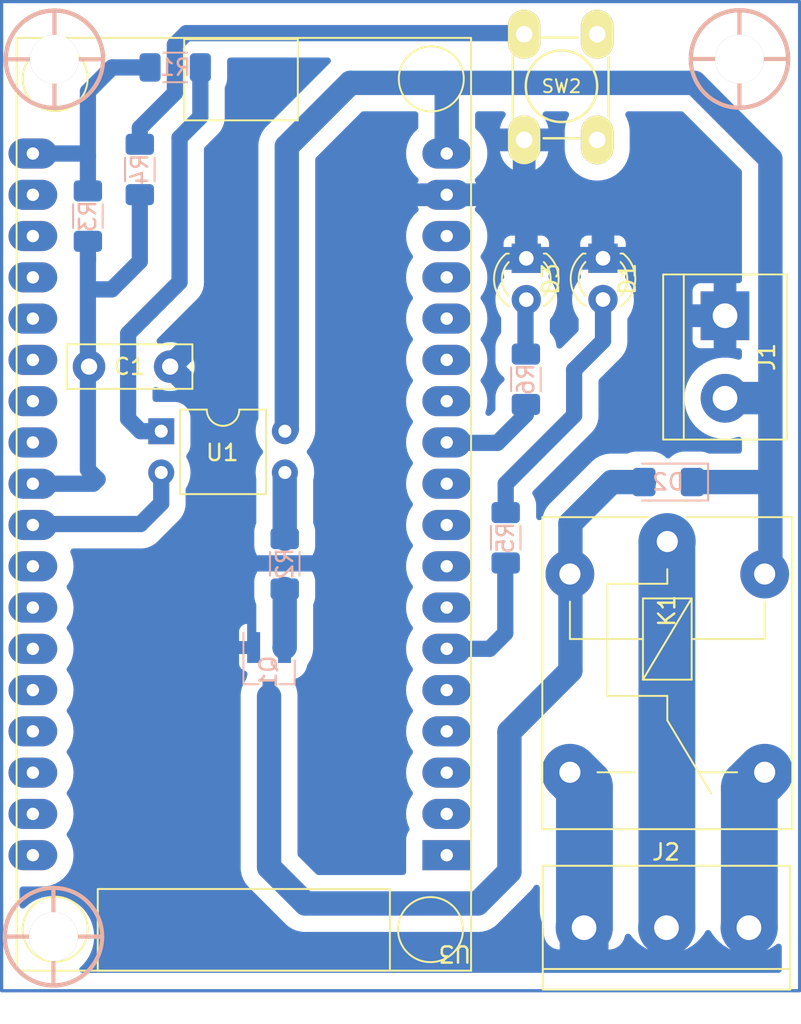
<source format=kicad_pcb>
(kicad_pcb (version 20221018) (generator pcbnew)
  (layers (0 "F.Cu" signal) (31 "B.Cu" signal) (34 "B.Paste" user) (35 "F.Paste" user) (36 "B.SilkS" user "B.Silkscreen") (37 "F.SilkS" user "F.Silkscreen") (38 "B.Mask" user) (39 "F.Mask" user) (44 "Edge.Cuts" user))
  (net 0 "")
  (net 1 "Net-(D1-A)")
  (net 2 "+5V")
  (net 3 "Net-(D2-A)")
  (net 4 "/NO1")
  (net 5 "/COM1")
  (net 6 "/NC1")
  (net 7 "Net-(Q1-B)")
  (net 8 "Net-(R1-Pad2)")
  (net 9 "Net-(R2-Pad1)")
  (net 10 "/BT_Config")
  (net 11 "GND")
  (net 12 "+3V3")
  (net 17 "/IN1")
  (net 18 "Net-(D3-A)")
  (net 37 "Net-(R4-Pad1)")
  (net 38 "/LED_ConfigBT")
  (net 39 "/LED_ConfigWIFI")
  (net 43 "unconnected-(U3-IO19-Pad31)")
  (net 46 "unconnected-(U3-IO27-Pad10)")
  (footprint "EESTN5:hole_3mm" (layer "F.Cu") (at 164.465 56.5912)
    (fp_text reference "hole_3mm" hide)
    (fp_text value "VAL**" hide)
    (fp_circle (center 0 0) (end 3 0) (stroke (width 0.254)) (fill none) (layer "F.Cu"))
    (fp_line (start -3 0) (end 3 0) (stroke (width 0.254)) (layer "B.SilkS"))
    (fp_line (start 0 -3) (end 0 3) (stroke (width 0.254)) (layer "B.SilkS"))
    (fp_circle (center 0 0) (end 3 0) (stroke (width 0.254)) (fill none) (layer "B.SilkS"))
    (fp_line (start -3 0) (end 3 0) (stroke (width 0.254)) (layer "F.SilkS"))
    (fp_line (start 0 -3) (end 0 3) (stroke (width 0.254)) (layer "F.SilkS"))
    (pad "1" thru_hole circle (at 0 0) (size 3 3) (drill 3) (layers "*.Cu" "F.SilkS"))
  )
  (footprint "LibrarypERSONALES:Relay_SPDT_Finder_36.11" (layer "F.Cu") (at 160.02 86.2856 -90)
    (fp_text reference "K1" (at 4.2654 0.0254 90) (layer "F.SilkS"))
    (fp_text value "G5V-1")
    (fp_line (start -1.5 -7.7) (end -1.5 -1.2) (stroke (width 0.12)) (layer "F.SilkS"))
    (fp_line (start -1.5 -7.7) (end 17.7 -7.7) (stroke (width 0.12)) (layer "F.SilkS"))
    (fp_line (start -1.5 1.2) (end -1.5 7.7) (stroke (width 0.12)) (layer "F.SilkS"))
    (fp_line (start 2.6 0) (end 1.7 0) (stroke (width 0.12)) (layer "F.SilkS"))
    (fp_line (start 2.6 0) (end 2.6 3.7) (stroke (width 0.12)) (layer "F.SilkS"))
    (fp_line (start 3.5 -1.5) (end 8.5 -1.5) (stroke (width 0.12)) (layer "F.SilkS"))
    (fp_line (start 3.5 1.5) (end 3.5 -1.5) (stroke (width 0.12)) (layer "F.SilkS"))
    (fp_line (start 3.7 6) (end 6 6) (stroke (width 0.12)) (layer "F.SilkS"))
    (fp_line (start 6 -6) (end 3.7 -6) (stroke (width 0.12)) (layer "F.SilkS"))
    (fp_line (start 6 -6) (end 6 -1.5) (stroke (width 0.12)) (layer "F.SilkS"))
    (fp_line (start 6 1.5) (end 6 6) (stroke (width 0.12)) (layer "F.SilkS"))
    (fp_line (start 8.5 -1.5) (end 8.5 1.5) (stroke (width 0.12)) (layer "F.SilkS"))
    (fp_line (start 8.5 1.5) (end 3.5 -1.5) (stroke (width 0.12)) (layer "F.SilkS"))
    (fp_line (start 8.5 1.5) (end 3.5 1.5) (stroke (width 0.12)) (layer "F.SilkS"))
    (fp_line (start 9.5 0) (end 9.5 3.7) (stroke (width 0.12)) (layer "F.SilkS"))
    (fp_line (start 9.5 0) (end 11 0) (stroke (width 0.12)) (layer "F.SilkS"))
    (fp_line (start 9.5 3.7) (end 2.6 3.7) (stroke (width 0.12)) (layer "F.SilkS"))
    (fp_line (start 11 0) (end 15.5 -2.7) (stroke (width 0.12)) (layer "F.SilkS"))
    (fp_line (start 14.2 -4.3) (end 14.2 -2) (stroke (width 0.12)) (layer "F.SilkS"))
    (fp_line (start 14.2 4.3) (end 14.2 2) (stroke (width 0.12)) (layer "F.SilkS"))
    (fp_line (start 17.7 -7.7) (end 17.7 7.7) (stroke (width 0.12)) (layer "F.SilkS"))
    (fp_line (start 17.7 7.7) (end -1.5 7.7) (stroke (width 0.12)) (layer "F.SilkS"))
    (pad "1" thru_hole circle (at 14.2 -6 270) (size 3 3) (drill 1.3) (layers "*.Cu" "*.Mask") (net 6 "/NC1"))
    (pad "2" thru_hole circle (at 2 -6 270) (size 3 3) (drill 1.3) (layers "*.Cu" "*.Mask") (net 2 "+5V"))
    (pad "5" thru_hole circle (at 0 0 270) (size 3 3) (drill 1.3) (layers "*.Cu" "*.Mask") (net 5 "/COM1"))
    (pad "9" thru_hole circle (at 2 6 270) (size 3 3) (drill 1.3) (layers "*.Cu" "*.Mask") (net 3 "Net-(D2-A)"))
    (pad "10" thru_hole circle (at 14.2 6 270) (size 3 3) (drill 1.3) (layers "*.Cu" "*.Mask") (net 4 "/NO1"))
  )
  (footprint "TerminalBlock:TerminalBlock_bornier-3_P5.08mm" (layer "F.Cu") (at 154.89 110.05)
    (fp_text reference "J2" (at 5.05 -4.65) (layer "F.SilkS"))
    (fp_text value "Relay1")
    (fp_line (start -2.54 -3.81) (end 12.7 -3.81) (stroke (width 0.12)) (layer "F.SilkS"))
    (fp_line (start -2.54 2.54) (end 12.7 2.54) (stroke (width 0.12)) (layer "F.SilkS"))
    (fp_line (start -2.54 3.81) (end -2.54 -3.81) (stroke (width 0.12)) (layer "F.SilkS"))
    (fp_line (start -2.54 3.81) (end 12.7 3.81) (stroke (width 0.12)) (layer "F.SilkS"))
    (fp_line (start 12.7 3.81) (end 12.7 -3.81) (stroke (width 0.12)) (layer "F.SilkS"))
    (pad "1" thru_hole rect (at 0 0) (size 3 3) (drill 1.52) (layers "*.Cu" "*.Mask") (net 4 "/NO1"))
    (pad "2" thru_hole circle (at 5.08 0) (size 3 3) (drill 1.52) (layers "*.Cu" "*.Mask") (net 5 "/COM1"))
    (pad "3" thru_hole circle (at 10.16 0) (size 3 3) (drill 1.52) (layers "*.Cu" "*.Mask") (net 6 "/NC1"))
  )
  (footprint "ESP32-DEVKITC:ESP32_Devkit_V1_36pin" (layer "F.Cu") (at 147.9294 112.6928 180)
    (fp_text reference "U3" (at 0.995 1.04015 180 unlocked) (layer "F.SilkS"))
    (fp_text value "ESP32_DevKit_V1_DOIT" hide)
    (fp_rect (start 0 0) (end 28 57.4) (stroke (width 0.12)) (fill none) (layer "F.SilkS"))
    (fp_rect (start 5 0) (end 23 5.025) (stroke (width 0.12)) (fill none) (layer "F.SilkS"))
    (fp_rect (start 10.675 52.325) (end 17.675 57.325) (stroke (width 0.12)) (fill none) (layer "F.SilkS"))
    (fp_circle (center 2.45 54.875) (end 4.425 55.2) (stroke (width 0.12)) (fill none) (layer "F.SilkS"))
    (fp_circle (center 2.5 2.525) (end 4.475 2.85) (stroke (width 0.12)) (fill none) (layer "F.SilkS"))
    (fp_circle (center 25.625 2.548439) (end 27.6 2.873439) (stroke (width 0.12)) (fill none) (layer "F.SilkS"))
    (fp_circle (center 25.625 54.898439) (end 27.626562 54.898439) (stroke (width 0.12)) (fill none) (layer "F.SilkS"))
    (pad "1" thru_hole rect (at 1.5 7.105 180) (size 3 1.85) (drill 0.762) (layers "*.Cu" "*.Mask"))
    (pad "2" thru_hole oval (at 1.5 9.645 180) (size 3 1.85) (drill 0.762) (layers "*.Cu" "*.Mask"))
    (pad "3" thru_hole oval (at 1.5 12.185 180) (size 3 1.85) (drill 0.762) (layers "*.Cu" "*.Mask"))
    (pad "4" thru_hole oval (at 1.5 14.725 180) (size 3 1.85) (drill 0.762) (layers "*.Cu" "*.Mask"))
    (pad "5" thru_hole oval (at 1.5 17.265 180) (size 3 1.85) (drill 0.762) (layers "*.Cu" "*.Mask"))
    (pad "6" thru_hole oval (at 1.5 19.805 180) (size 3 1.85) (drill 0.762) (layers "*.Cu" "*.Mask") (net 38 "/LED_ConfigBT"))
    (pad "7" thru_hole oval (at 1.5 22.345 180) (size 3 1.85) (drill 0.762) (layers "*.Cu" "*.Mask"))
    (pad "8" thru_hole oval (at 1.5 24.885 180) (size 3 1.85) (drill 0.762) (layers "*.Cu" "*.Mask"))
    (pad "9" thru_hole oval (at 1.5 27.425 180) (size 3 1.85) (drill 0.762) (layers "*.Cu" "*.Mask"))
    (pad "10" thru_hole oval (at 1.5 29.965 180) (size 3 1.85) (drill 0.762) (layers "*.Cu" "*.Mask") (net 46 "unconnected-(U3-IO27-Pad10)"))
    (pad "11" thru_hole oval (at 1.5 32.505 180) (size 3 1.85) (drill 0.762) (layers "*.Cu" "*.Mask") (net 39 "/LED_ConfigWIFI"))
    (pad "12" thru_hole oval (at 1.5 35.045 180) (size 3 1.85) (drill 0.762) (layers "*.Cu" "*.Mask"))
    (pad "13" thru_hole oval (at 1.5 37.585 180) (size 3 1.85) (drill 0.762) (layers "*.Cu" "*.Mask"))
    (pad "14" thru_hole oval (at 1.5 40.125 180) (size 3 1.85) (drill 0.762) (layers "*.Cu" "*.Mask"))
    (pad "15" thru_hole oval (at 1.5 42.665 180) (size 3 1.85) (drill 0.762) (layers "*.Cu" "*.Mask"))
    (pad "16" thru_hole oval (at 1.5 45.205 180) (size 3 1.85) (drill 0.762) (layers "*.Cu" "*.Mask"))
    (pad "17" thru_hole oval (at 1.5 47.745 180) (size 3 1.85) (drill 0.762) (layers "*.Cu" "*.Mask") (net 11 "GND"))
    (pad "18" thru_hole oval (at 1.5 50.285 180) (size 3 1.85) (drill 0.762) (layers "*.Cu" "*.Mask") (net 2 "+5V"))
    (pad "19" thru_hole oval (at 27 50.285 180) (size 3 1.85) (drill 0.762) (layers "*.Cu" "*.Mask") (net 12 "+3V3"))
    (pad "20" thru_hole oval (at 27 47.745 180) (size 3 1.85) (drill 0.762) (layers "*.Cu" "*.Mask"))
    (pad "21" thru_hole oval (at 27 45.205 180) (size 3 1.85) (drill 0.762) (layers "*.Cu" "*.Mask"))
    (pad "22" thru_hole oval (at 27 42.665 180) (size 3 1.85) (drill 0.762) (layers "*.Cu" "*.Mask"))
    (pad "23" thru_hole oval (at 27 40.125 180) (size 3 1.85) (drill 0.762) (layers "*.Cu" "*.Mask"))
    (pad "24" thru_hole oval (at 27 37.585 180) (size 3 1.85) (drill 0.762) (layers "*.Cu" "*.Mask"))
    (pad "25" thru_hole oval (at 27 35.045 180) (size 3 1.85) (drill 0.762) (layers "*.Cu" "*.Mask"))
    (pad "26" thru_hole oval (at 27 32.505 180) (size 3 1.85) (drill 0.762) (layers "*.Cu" "*.Mask"))
    (pad "27" thru_hole oval (at 27 29.965 180) (size 3 1.85) (drill 0.762) (layers "*.Cu" "*.Mask") (net 10 "/BT_Config"))
    (pad "28" thru_hole oval (at 27 27.425 180) (size 3 1.85) (drill 0.762) (layers "*.Cu" "*.Mask") (net 17 "/IN1"))
    (pad "29" thru_hole oval (at 27 24.885 180) (size 3 1.85) (drill 0.762) (layers "*.Cu" "*.Mask"))
    (pad "30" thru_hole oval (at 27 22.345 180) (size 3 1.85) (drill 0.762) (layers "*.Cu" "*.Mask"))
    (pad "31" thru_hole oval (at 27 19.805 180) (size 3 1.85) (drill 0.762) (layers "*.Cu" "*.Mask") (net 43 "unconnected-(U3-IO19-Pad31)"))
    (pad "32" thru_hole oval (at 27 17.265 180) (size 3 1.85) (drill 0.762) (layers "*.Cu" "*.Mask"))
    (pad "33" thru_hole oval (at 27 14.725 180) (size 3 1.85) (drill 0.762) (layers "*.Cu" "*.Mask"))
    (pad "34" thru_hole oval (at 27 12.185 180) (size 3 1.85) (drill 0.762) (layers "*.Cu" "*.Mask"))
    (pad "35" thru_hole oval (at 27 9.645 180) (size 3 1.85) (drill 0.762) (layers "*.Cu" "*.Mask"))
    (pad "36" thru_hole oval (at 27 7.105 180) (size 3 1.85) (drill 0.762) (layers "*.Cu" "*.Mask"))
  )
  (footprint "Capacitor_THT:C_Disc_D7.5mm_W2.5mm_P5.00mm" (layer "F.Cu") (at 124.39 75.52)
    (fp_text reference "C1" (at 2.5 0) (layer "F.SilkS"))
    (fp_text value "C" hide)
    (fp_line (start -1.37 -1.37) (end -1.37 1.37) (stroke (width 0.12)) (layer "F.SilkS"))
    (fp_line (start -1.37 -1.37) (end 6.37 -1.37) (stroke (width 0.12)) (layer "F.SilkS"))
    (fp_line (start -1.37 1.37) (end 6.37 1.37) (stroke (width 0.12)) (layer "F.SilkS"))
    (fp_line (start 6.37 -1.37) (end 6.37 1.37) (stroke (width 0.12)) (layer "F.SilkS"))
    (pad "1" thru_hole circle (at 0 0) (size 2 2) (drill 1) (layers "*.Cu" "*.Mask") (net 10 "/BT_Config"))
    (pad "2" thru_hole circle (at 5 0) (size 2 2) (drill 1) (layers "*.Cu" "*.Mask") (net 11 "GND"))
  )
  (footprint "EESTN5:hole_3mm" (layer "F.Cu") (at 122.2 110.6)
    (fp_text reference "hole_3mm" hide)
    (fp_text value "VAL**" hide)
    (fp_circle (center 0 0) (end 3 0) (stroke (width 0.254)) (fill none) (layer "F.Cu"))
    (fp_line (start -3 0) (end 3 0) (stroke (width 0.254)) (layer "B.SilkS"))
    (fp_line (start 0 -3) (end 0 3) (stroke (width 0.254)) (layer "B.SilkS"))
    (fp_circle (center 0 0) (end 3 0) (stroke (width 0.254)) (fill none) (layer "B.SilkS"))
    (fp_line (start -3 0) (end 3 0) (stroke (width 0.254)) (layer "F.SilkS"))
    (fp_line (start 0 -3) (end 0 3) (stroke (width 0.254)) (layer "F.SilkS"))
    (pad "1" thru_hole circle (at 0 0) (size 3 3) (drill 3) (layers "*.Cu" "F.SilkS"))
  )
  (footprint "LED_THT:LED_D3.0mm" (layer "F.Cu") (at 156.0576 68.8544 -90)
    (fp_text reference "D1" (at 1.270117 -1.5 90) (layer "F.SilkS"))
    (fp_text value "LED" hide)
    (fp_line (start -0.29 -1.236) (end -0.29 -1.08) (stroke (width 0.12)) (layer "F.SilkS"))
    (fp_line (start -0.29 1.08) (end -0.29 1.236) (stroke (width 0.12)) (layer "F.SilkS"))
    (fp_arc (start -0.29 -1.235516) (mid 1.366487 -1.987659) (end 2.942335 -1.078608) (stroke (width 0.12)) (layer "F.SilkS"))
    (fp_arc (start 0.229039 -1.08) (mid 1.270117 -1.5) (end 2.31113 -1.079837) (stroke (width 0.12)) (layer "F.SilkS"))
    (fp_arc (start 2.31113 1.079837) (mid 1.270117 1.5) (end 0.229039 1.08) (stroke (width 0.12)) (layer "F.SilkS"))
    (fp_arc (start 2.942335 1.078608) (mid 1.366487 1.987659) (end -0.29 1.235516) (stroke (width 0.12)) (layer "F.SilkS"))
    (pad "1" thru_hole rect (at 0 0 270) (size 1.8 1.8) (drill 0.9) (layers "*.Cu" "*.Mask") (net 11 "GND"))
    (pad "2" thru_hole circle (at 2.54 0 270) (size 1.8 1.8) (drill 0.9) (layers "*.Cu" "*.Mask") (net 1 "Net-(D1-A)"))
  )
  (footprint "TerminalBlock:TerminalBlock_bornier-2_P5.08mm" (layer "F.Cu") (at 163.576 72.39 -90)
    (fp_text reference "J1" (at 2.54 -2.5654 90) (layer "F.SilkS"))
    (fp_text value "Entrada 5v" hide)
    (fp_line (start -2.54 -3.81) (end -2.54 3.81) (stroke (width 0.12)) (layer "F.SilkS"))
    (fp_line (start -2.54 3.81) (end 7.62 3.81) (stroke (width 0.12)) (layer "F.SilkS"))
    (fp_line (start 7.62 -3.81) (end -2.54 -3.81) (stroke (width 0.12)) (layer "F.SilkS"))
    (fp_line (start 7.62 2.54) (end -2.54 2.54) (stroke (width 0.12)) (layer "F.SilkS"))
    (fp_line (start 7.62 3.81) (end 7.62 -3.81) (stroke (width 0.12)) (layer "F.SilkS"))
    (pad "1" thru_hole rect (at 0 0 270) (size 3 3) (drill 1.52) (layers "*.Cu" "*.Mask") (net 11 "GND"))
    (pad "2" thru_hole circle (at 5.08 0 270) (size 3 3) (drill 1.52) (layers "*.Cu" "*.Mask") (net 2 "+5V"))
  )
  (footprint "EESTN5:hole_3mm" (layer "F.Cu") (at 122.26 56.61)
    (fp_text reference "hole_3mm" hide)
    (fp_text value "VAL**" hide)
    (fp_circle (center 0 0) (end 3 0) (stroke (width 0.254)) (fill none) (layer "F.Cu"))
    (fp_line (start -3 0) (end 3 0) (stroke (width 0.254)) (layer "B.SilkS"))
    (fp_line (start 0 -3) (end 0 3) (stroke (width 0.254)) (layer "B.SilkS"))
    (fp_circle (center 0 0) (end 3 0) (stroke (width 0.254)) (fill none) (layer "B.SilkS"))
    (fp_line (start -3 0) (end 3 0) (stroke (width 0.254)) (layer "F.SilkS"))
    (fp_line (start 0 -3) (end 0 3) (stroke (width 0.254)) (layer "F.SilkS"))
    (pad "1" thru_hole circle (at 0 0) (size 3 3) (drill 3) (layers "*.Cu" "F.SilkS"))
  )
  (footprint "LibrarypERSONALES:PUSH_SWITCH_THT" (layer "F.Cu") (at 151.2 55.07)
    (fp_text reference "SW2" (at 2.3 3.2) (layer "F.SilkS") (effects (font (size 0.8 0.8) (thickness 0.12))))
    (fp_text value "SW_Push" hide)
    (fp_line (start -0.7 1.3) (end -0.7 5.2) (stroke (width 0.15)) (layer "F.SilkS"))
    (fp_line (start 1.1 0.2) (end 3.3 0.2) (stroke (width 0.15)) (layer "F.SilkS"))
    (fp_line (start 1.2 6.4) (end 3.4 6.4) (stroke (width 0.15)) (layer "F.SilkS"))
    (fp_line (start 5.2 1.4) (end 5.2 5.1) (stroke (width 0.15)) (layer "F.SilkS"))
    (fp_circle (center 2.3 3.2) (end 2.3 5.4) (stroke (width 0.15)) (fill none) (layer "F.SilkS"))
    (pad "1" thru_hole oval (at 0 0) (size 2 3) (drill 1.016) (layers "*.Cu" "*.Mask" "F.SilkS") (net 37 "Net-(R4-Pad1)"))
    (pad "2" thru_hole oval (at 0 6.5) (size 2 3) (drill 1.016) (layers "*.Cu" "*.Mask" "F.SilkS") (net 11 "GND"))
    (pad "3" thru_hole oval (at 4.5 0) (size 2 3) (drill 1.016) (layers "*.Cu" "*.Mask" "F.SilkS"))
    (pad "4" thru_hole oval (at 4.5 6.5) (size 2 3) (drill 1.016) (layers "*.Cu" "*.Mask" "F.SilkS"))
  )
  (footprint "Package_DIP:DIP-4_W7.62mm" (layer "F.Cu") (at 128.8388 79.497)
    (fp_text reference "U1" (at 3.7592 1.3208) (layer "F.SilkS"))
    (fp_text value "PC817" hide)
    (fp_line (start 1.16 -1.33) (end 1.16 3.87) (stroke (width 0.12)) (layer "F.SilkS"))
    (fp_line (start 1.16 3.87) (end 6.46 3.87) (stroke (width 0.12)) (layer "F.SilkS"))
    (fp_line (start 2.81 -1.33) (end 1.16 -1.33) (stroke (width 0.12)) (layer "F.SilkS"))
    (fp_line (start 6.46 -1.33) (end 4.81 -1.33) (stroke (width 0.12)) (layer "F.SilkS"))
    (fp_line (start 6.46 3.87) (end 6.46 -1.33) (stroke (width 0.12)) (layer "F.SilkS"))
    (fp_arc (start 4.81 -1.33) (mid 3.81 -0.33) (end 2.81 -1.33) (stroke (width 0.12)) (layer "F.SilkS"))
    (pad "1" thru_hole rect (at 0 0) (size 1.6 1.6) (drill 0.8) (layers "*.Cu" "*.Mask") (net 8 "Net-(R1-Pad2)"))
    (pad "2" thru_hole oval (at 0 2.54) (size 1.6 1.6) (drill 0.8) (layers "*.Cu" "*.Mask") (net 17 "/IN1"))
    (pad "3" thru_hole oval (at 7.62 2.54) (size 1.6 1.6) (drill 0.8) (layers "*.Cu" "*.Mask") (net 9 "Net-(R2-Pad1)"))
    (pad "4" thru_hole oval (at 7.62 0) (size 1.6 1.6) (drill 0.8) (layers "*.Cu" "*.Mask") (net 2 "+5V"))
  )
  (footprint "LED_THT:LED_D3.0mm" (layer "F.Cu") (at 151.3332 68.8594 -90)
    (fp_text reference "D3" (at 1.270117 -1.5 90) (layer "F.SilkS"))
    (fp_text value "LED" hide)
    (fp_line (start -0.29 -1.236) (end -0.29 -1.08) (stroke (width 0.12)) (layer "F.SilkS"))
    (fp_line (start -0.29 1.08) (end -0.29 1.236) (stroke (width 0.12)) (layer "F.SilkS"))
    (fp_arc (start -0.29 -1.235516) (mid 1.366487 -1.987659) (end 2.942335 -1.078608) (stroke (width 0.12)) (layer "F.SilkS"))
    (fp_arc (start 0.229039 -1.08) (mid 1.270117 -1.5) (end 2.31113 -1.079837) (stroke (width 0.12)) (layer "F.SilkS"))
    (fp_arc (start 2.31113 1.079837) (mid 1.270117 1.5) (end 0.229039 1.08) (stroke (width 0.12)) (layer "F.SilkS"))
    (fp_arc (start 2.942335 1.078608) (mid 1.366487 1.987659) (end -0.29 1.235516) (stroke (width 0.12)) (layer "F.SilkS"))
    (pad "1" thru_hole rect (at 0 0 270) (size 1.8 1.8) (drill 0.9) (layers "*.Cu" "*.Mask") (net 11 "GND"))
    (pad "2" thru_hole circle (at 2.54 0 270) (size 1.8 1.8) (drill 0.9) (layers "*.Cu" "*.Mask") (net 18 "Net-(D3-A)"))
  )
  (footprint "Resistor_SMD:R_1206_3216Metric_Pad1.30x1.75mm_HandSolder" (layer "B.Cu") (at 150.0632 86.0552 90)
    (fp_text reference "R5" (at -0.0046 -0.0164 90) (layer "B.SilkS") (effects (justify mirror)))
    (fp_text value "R" hide)
    (fp_line (start -0.727064 -0.91) (end 0.727064 -0.91) (stroke (width 0.12)) (layer "B.SilkS"))
    (fp_line (start -0.727064 0.91) (end 0.727064 0.91) (stroke (width 0.12)) (layer "B.SilkS"))
    (pad "1" smd roundrect (at -1.55 0 90) (size 1.3 1.75) (layers "B.Cu" "B.Paste" "B.Mask") (roundrect_rratio 0.192308) (net 38 "/LED_ConfigBT"))
    (pad "2" smd roundrect (at 1.55 0 90) (size 1.3 1.75) (layers "B.Cu" "B.Paste" "B.Mask") (roundrect_rratio 0.192308) (net 1 "Net-(D1-A)"))
  )
  (footprint "Package_TO_SOT_SMD:SOT-23_Handsoldering" (layer "B.Cu") (at 135.4836 94.3102 -90)
    (fp_text reference "Q1" (at 0 0.0464 90) (layer "B.SilkS") (effects (justify mirror)))
    (fp_text value "S8050" hide)
    (fp_line (start 0.76 -1.58) (end -0.7 -1.58) (stroke (width 0.12)) (layer "B.SilkS"))
    (fp_line (start 0.76 -1.58) (end 0.76 -0.65) (stroke (width 0.12)) (layer "B.SilkS"))
    (fp_line (start 0.76 1.58) (end -2.4 1.58) (stroke (width 0.12)) (layer "B.SilkS"))
    (fp_line (start 0.76 1.58) (end 0.76 0.65) (stroke (width 0.12)) (layer "B.SilkS"))
    (pad "1" smd rect (at -1.5 0.95 270) (size 1.9 0.8) (layers "B.Cu" "B.Paste" "B.Mask") (net 11 "GND"))
    (pad "2" smd rect (at -1.5 -0.95 270) (size 1.9 0.8) (layers "B.Cu" "B.Paste" "B.Mask") (net 7 "Net-(Q1-B)"))
    (pad "3" smd rect (at 1.5 0 270) (size 1.9 0.8) (layers "B.Cu" "B.Paste" "B.Mask") (net 3 "Net-(D2-A)"))
  )
  (footprint "Diode_SMD:D_1206_3216Metric_Pad1.42x1.75mm_HandSolder" (layer "B.Cu") (at 160.0708 82.6262 180)
    (fp_text reference "D2" (at 0 0.0032) (layer "B.SilkS") (effects (justify mirror)))
    (fp_text value "D_Shockley" hide)
    (fp_line (start -2.46 -1.135) (end 1.6 -1.135) (stroke (width 0.12)) (layer "B.SilkS"))
    (fp_line (start -2.46 1.135) (end -2.46 -1.135) (stroke (width 0.12)) (layer "B.SilkS"))
    (fp_line (start 1.6 1.135) (end -2.46 1.135) (stroke (width 0.12)) (layer "B.SilkS"))
    (pad "1" smd roundrect (at -1.4875 0 180) (size 1.425 1.75) (layers "B.Cu" "B.Paste" "B.Mask") (roundrect_rratio 0.175439) (net 2 "+5V"))
    (pad "2" smd roundrect (at 1.4875 0 180) (size 1.425 1.75) (layers "B.Cu" "B.Paste" "B.Mask") (roundrect_rratio 0.175439) (net 3 "Net-(D2-A)"))
  )
  (footprint "Resistor_SMD:R_1206_3216Metric_Pad1.30x1.75mm_HandSolder" (layer "B.Cu") (at 151.3078 76.3016 90)
    (fp_text reference "R6" (at 0 -0.003 90) (layer "B.SilkS") (effects (justify mirror)))
    (fp_text value "R" hide)
    (fp_line (start -0.727064 -0.91) (end 0.727064 -0.91) (stroke (width 0.12)) (layer "B.SilkS"))
    (fp_line (start -0.727064 0.91) (end 0.727064 0.91) (stroke (width 0.12)) (layer "B.SilkS"))
    (pad "1" smd roundrect (at -1.55 0 90) (size 1.3 1.75) (layers "B.Cu" "B.Paste" "B.Mask") (roundrect_rratio 0.192308) (net 39 "/LED_ConfigWIFI"))
    (pad "2" smd roundrect (at 1.55 0 90) (size 1.3 1.75) (layers "B.Cu" "B.Paste" "B.Mask") (roundrect_rratio 0.192308) (net 18 "Net-(D3-A)"))
  )
  (footprint "Resistor_SMD:R_1206_3216Metric_Pad1.30x1.75mm_HandSolder" (layer "B.Cu") (at 127.52 63.39 -90)
    (fp_text reference "R4" (at 0 0 90) (layer "B.SilkS") (effects (justify mirror)))
    (fp_text value "R" hide)
    (fp_line (start -0.727064 -0.91) (end 0.727064 -0.91) (stroke (width 0.12)) (layer "B.SilkS"))
    (fp_line (start -0.727064 0.91) (end 0.727064 0.91) (stroke (width 0.12)) (layer "B.SilkS"))
    (pad "1" smd roundrect (at -1.55 0 270) (size 1.3 1.75) (layers "B.Cu" "B.Paste" "B.Mask") (roundrect_rratio 0.192308) (net 37 "Net-(R4-Pad1)"))
    (pad "2" smd roundrect (at 1.55 0 270) (size 1.3 1.75) (layers "B.Cu" "B.Paste" "B.Mask") (roundrect_rratio 0.192308) (net 10 "/BT_Config"))
  )
  (footprint "Resistor_SMD:R_1206_3216Metric_Pad1.30x1.75mm_HandSolder" (layer "B.Cu") (at 124.3203 66.26 -90)
    (fp_text reference "R3" (at 0 0.0076 90) (layer "B.SilkS") (effects (justify mirror)))
    (fp_text value "4,7k" hide)
    (fp_line (start -0.727064 -0.91) (end 0.727064 -0.91) (stroke (width 0.12)) (layer "B.SilkS"))
    (fp_line (start -0.727064 0.91) (end 0.727064 0.91) (stroke (width 0.12)) (layer "B.SilkS"))
    (pad "1" smd roundrect (at -1.55 0 270) (size 1.3 1.75) (layers "B.Cu" "B.Paste" "B.Mask") (roundrect_rratio 0.192308) (net 12 "+3V3"))
    (pad "2" smd roundrect (at 1.55 0 270) (size 1.3 1.75) (layers "B.Cu" "B.Paste" "B.Mask") (roundrect_rratio 0.192308) (net 10 "/BT_Config"))
  )
  (footprint "Resistor_SMD:R_1206_3216Metric_Pad1.30x1.75mm_HandSolder" (layer "B.Cu") (at 129.7 57.11)
    (fp_text reference "R1" (at 0 0) (layer "B.SilkS") (effects (justify mirror)))
    (fp_text value "1k" hide)
    (fp_line (start -0.727064 -0.91) (end 0.727064 -0.91) (stroke (width 0.12)) (layer "B.SilkS"))
    (fp_line (start -0.727064 0.91) (end 0.727064 0.91) (stroke (width 0.12)) (layer "B.SilkS"))
    (pad "1" smd roundrect (at -1.55 0) (size 1.3 1.75) (layers "B.Cu" "B.Paste" "B.Mask") (roundrect_rratio 0.192308) (net 12 "+3V3"))
    (pad "2" smd roundrect (at 1.55 0) (size 1.3 1.75) (layers "B.Cu" "B.Paste" "B.Mask") (roundrect_rratio 0.192308) (net 8 "Net-(R1-Pad2)"))
  )
  (footprint "Resistor_SMD:R_1206_3216Metric_Pad1.30x1.75mm_HandSolder" (layer "B.Cu") (at 136.4488 87.6554 -90)
    (fp_text reference "R2" (at 0 -0.0058 90) (layer "B.SilkS") (effects (justify mirror)))
    (fp_text value "1k" hide)
    (fp_line (start -0.727064 -0.91) (end 0.727064 -0.91) (stroke (width 0.12)) (layer "B.SilkS"))
    (fp_line (start -0.727064 0.91) (end 0.727064 0.91) (stroke (width 0.12)) (layer "B.SilkS"))
    (pad "1" smd roundrect (at -1.55 0 270) (size 1.3 1.75) (layers "B.Cu" "B.Paste" "B.Mask") (roundrect_rratio 0.192308) (net 9 "Net-(R2-Pad1)"))
    (pad "2" smd roundrect (at 1.55 0 270) (size 1.3 1.75) (layers "B.Cu" "B.Paste" "B.Mask") (roundrect_rratio 0.192308) (net 7 "Net-(Q1-B)"))
  )
  (gr_rect (start 119.0056 53.0606) (end 168.1734 113.9294) (stroke (width 0.2)) (fill none) (layer "B.Cu"))
  (segment (start 150.0632 84.2766) (end 150.0632 82.7368) (width 1) (layer "B.Cu") (net 1))
  (segment (start 150.0632 82.7368) (end 154.2796 78.5204) (width 1) (layer "B.Cu") (net 1))
  (segment (start 156.0576 73.9424) (end 156.0576 71.3944) (width 1) (layer "B.Cu") (net 1))
  (segment (start 154.2796 78.5204) (end 154.2796 75.7204) (width 1) (layer "B.Cu") (net 1))
  (segment (start 154.2796 75.7204) (end 156.0576 73.9424) (width 1) (layer "B.Cu") (net 1))
  (segment (start 161.692 58.06) (end 140.4918 58.06) (width 1.5) (layer "B.Cu") (net 2))
  (segment (start 161.798 58.166) (end 161.692 58.06) (width 1.5) (layer "B.Cu") (net 2))
  (segment (start 161.798 58.166) (end 166.37 62.738) (width 1.5) (layer "B.Cu") (net 2))
  (segment (start 166.02 82.6262) (end 161.5583 82.6262) (width 1.5) (layer "B.Cu") (net 2))
  (segment (start 136.5758 79.38) (end 136.4588 79.497) (width 1.5) (layer "B.Cu") (net 2))
  (segment (start 163.286 77.46) (end 166.02 77.46) (width 2) (layer "B.Cu") (net 2))
  (segment (start 146.4294 58.0994) (end 146.39 58.06) (width 1.5) (layer "B.Cu") (net 2))
  (segment (start 146.4294 62.4078) (end 146.5072 62.33) (width 1.5) (layer "B.Cu") (net 2))
  (segment (start 136.5758 61.976) (end 136.5758 79.38) (width 1.5) (layer "B.Cu") (net 2))
  (segment (start 166.37 62.738) (end 166.37 87.9356) (width 1.5) (layer "B.Cu") (net 2))
  (segment (start 166.37 87.9356) (end 166.02 88.2856) (width 1.5) (layer "B.Cu") (net 2))
  (segment (start 140.4918 58.06) (end 136.5758 61.976) (width 1.5) (layer "B.Cu") (net 2))
  (segment (start 146.4294 62.4078) (end 146.4294 58.0994) (width 1.5) (layer "B.Cu") (net 2))
  (segment (start 161.5583 82.6262) (end 161.5186 82.5865) (width 1.5) (layer "B.Cu") (net 2))
  (segment (start 135.4836 95.8102) (end 135.4836 106.3244) (width 1.5) (layer "B.Cu") (net 3))
  (segment (start 148.336 108.5596) (end 150.2918 106.6038) (width 1.5) (layer "B.Cu") (net 3))
  (segment (start 154.051 94.234) (end 154.051 85.1662) (width 1.5) (layer "B.Cu") (net 3))
  (segment (start 137.7188 108.5596) (end 148.336 108.5596) (width 1.5) (layer "B.Cu") (net 3))
  (segment (start 150.2918 106.6038) (end 150.2918 97.9932) (width 1.5) (layer "B.Cu") (net 3))
  (segment (start 156.591 82.6262) (end 158.5833 82.6262) (width 1.5) (layer "B.Cu") (net 3))
  (segment (start 150.2918 97.9932) (end 154.051 94.234) (width 1.5) (layer "B.Cu") (net 3))
  (segment (start 154.051 85.1662) (end 156.591 82.6262) (width 1.5) (layer "B.Cu") (net 3))
  (segment (start 135.4836 106.3244) (end 137.7188 108.5596) (width 1.5) (layer "B.Cu") (net 3))
  (segment (start 154.89 110.05) (end 154.9146 110.0254) (width 3.5) (layer "B.Cu") (net 4))
  (segment (start 154.9146 110.0254) (end 154.9146 101.3802) (width 3.5) (layer "B.Cu") (net 4))
  (segment (start 154.9146 101.3802) (end 154.02 100.4856) (width 3.5) (layer "B.Cu") (net 4))
  (segment (start 159.97 110.05) (end 159.9946 110.0254) (width 3.5) (layer "B.Cu") (net 5))
  (segment (start 159.9946 86.311) (end 160.02 86.2856) (width 3.5) (layer "B.Cu") (net 5))
  (segment (start 159.9946 110.0254) (end 159.9946 86.311) (width 3.5) (layer "B.Cu") (net 5))
  (segment (start 165.0746 110.0254) (end 165.0746 101.431) (width 3.5) (layer "B.Cu") (net 6))
  (segment (start 165.0746 101.431) (end 166.02 100.4856) (width 3.5) (layer "B.Cu") (net 6))
  (segment (start 165.05 110.05) (end 165.0746 110.0254) (width 3.5) (layer "B.Cu") (net 6))
  (segment (start 136.4488 89.2054) (end 136.4488 92.795) (width 1.5) (layer "B.Cu") (net 7))
  (segment (start 136.4488 92.795) (end 136.4336 92.8102) (width 1.5) (layer "B.Cu") (net 7))
  (segment (start 126.8 73.49) (end 126.8 78.73) (width 1) (layer "B.Cu") (net 8))
  (segment (start 131.25 57.11) (end 131.25 60.16) (width 1) (layer "B.Cu") (net 8))
  (segment (start 129.97 61.44) (end 129.97 70.32) (width 1) (layer "B.Cu") (net 8))
  (segment (start 131.25 60.16) (end 129.97 61.44) (width 1) (layer "B.Cu") (net 8))
  (segment (start 129.97 70.32) (end 126.8 73.49) (width 1) (layer "B.Cu") (net 8))
  (segment (start 126.8 78.73) (end 127.567 79.497) (width 1) (layer "B.Cu") (net 8))
  (segment (start 127.567 79.497) (end 128.8388 79.497) (width 1) (layer "B.Cu") (net 8))
  (segment (start 136.4488 86.1054) (end 136.4488 82.047) (width 1.5) (layer "B.Cu") (net 9))
  (segment (start 136.4488 82.047) (end 136.4588 82.037) (width 1.5) (layer "B.Cu") (net 9))
  (segment (start 124.92 82.46) (end 124.3203 81.8603) (width 1) (layer "B.Cu") (net 10))
  (segment (start 124.3203 70.77) (end 124.3203 67.81) (width 1) (layer "B.Cu") (net 10))
  (segment (start 124.3203 67.81) (end 124.3203 68.98) (width 1) (layer "B.Cu") (net 10))
  (segment (start 124.6522 82.7278) (end 124.92 82.46) (width 1) (layer "B.Cu") (net 10))
  (segment (start 124.3203 68.98) (end 124.3267 68.9864) (width 1) (layer "B.Cu") (net 10))
  (segment (start 127.52 69.04) (end 125.79 70.77) (width 1) (layer "B.Cu") (net 10))
  (segment (start 127.52 64.94) (end 127.52 69.04) (width 1) (layer "B.Cu") (net 10))
  (segment (start 124.3203 81.8603) (end 124.3203 70.77) (width 1) (layer "B.Cu") (net 10))
  (segment (start 120.9294 82.7278) (end 124.6522 82.7278) (width 1) (layer "B.Cu") (net 10))
  (segment (start 125.79 70.77) (end 124.3203 70.77) (width 1) (layer "B.Cu") (net 10))
  (segment (start 138.2522 87.63) (end 134.2136 87.63) (width 1) (layer "B.Cu") (net 11))
  (segment (start 134.2136 87.63) (end 134.1882 87.6554) (width 1) (layer "B.Cu") (net 11))
  (segment (start 124.3203 58.5997) (end 124.3203 62.5281) (width 1) (layer "B.Cu") (net 12))
  (segment (start 124.2 62.4078) (end 120.9294 62.4078) (width 1) (layer "B.Cu") (net 12))
  (segment (start 125.81 57.11) (end 124.3203 58.5997) (width 1) (layer "B.Cu") (net 12))
  (segment (start 124.3203 62.5281) (end 124.2 62.4078) (width 1) (layer "B.Cu") (net 12))
  (segment (start 128.15 57.11) (end 125.81 57.11) (width 1) (layer "B.Cu") (net 12))
  (segment (start 124.3203 64.71) (end 124.3203 62.5281) (width 1) (layer "B.Cu") (net 12))
  (segment (start 120.9872 85.21) (end 127.56 85.21) (width 1) (layer "B.Cu") (net 17))
  (segment (start 127.56 85.21) (end 128.8388 83.9312) (width 1) (layer "B.Cu") (net 17))
  (segment (start 120.9294 85.2678) (end 120.9872 85.21) (width 1) (layer "B.Cu") (net 17))
  (segment (start 128.8388 83.9312) (end 128.8388 82.037) (width 1) (layer "B.Cu") (net 17))
  (segment (start 151.2824 74.7262) (end 151.2824 71.4502) (width 1) (layer "B.Cu") (net 18))
  (segment (start 151.2824 71.4502) (end 151.3332 71.3994) (width 1) (layer "B.Cu") (net 18))
  (segment (start 130.39 55) (end 129.68 55.71) (width 1) (layer "B.Cu") (net 37))
  (segment (start 151.13 55) (end 130.39 55) (width 1) (layer "B.Cu") (net 37))
  (segment (start 129.68 55.71) (end 129.68 58.68) (width 1) (layer "B.Cu") (net 37))
  (segment (start 127.52 60.84) (end 127.52 61.84) (width 1) (layer "B.Cu") (net 37))
  (segment (start 151.293 55.163) (end 151.13 55) (width 1) (layer "B.Cu") (net 37))
  (segment (start 129.68 58.68) (end 127.52 60.84) (width 1) (layer "B.Cu") (net 37))
  (segment (start 150.0378 87.6306) (end 150.0378 91.9226) (width 1) (layer "B.Cu") (net 38))
  (segment (start 150.0378 91.9226) (end 149.0726 92.8878) (width 1) (layer "B.Cu") (net 38))
  (segment (start 150.0632 87.6052) (end 150.0378 87.6306) (width 1) (layer "B.Cu") (net 38))
  (segment (start 149.0726 92.8878) (end 146.4294 92.8878) (width 1) (layer "B.Cu") (net 38))
  (segment (start 151.3078 78.4606) (end 149.5552 80.2132) (width 1) (layer "B.Cu") (net 39))
  (segment (start 149.5552 80.2132) (end 146.4548 80.2132) (width 1) (layer "B.Cu") (net 39))
  (segment (start 146.4548 80.2132) (end 146.4294 80.1878) (width 1) (layer "B.Cu") (net 39))
  (segment (start 151.3078 77.8516) (end 151.3078 78.4606) (width 1) (layer "B.Cu") (net 39))
  (segment (start 120.9548 92.8624) (end 120.9294 92.8878) (width 1) (layer "B.Cu") (net 43))
  (segment (start 146.3532 82.804) (end 146.4294 82.7278) (width 1) (layer "B.Cu") (net 46))
  (zone (net 11) (net_name "GND") (layer "B.Cu") (connect_pads (clearance 1)) (min_thickness 0.4) (fill yes (thermal_gap 0.5) (thermal_bridge_width 1.4))
    (polygon (pts (xy 119.0056 53.0606) (xy 168.1734 53.0606) (xy 168.1734 113.9294) (xy 119.0056 113.9294)))
  )
)
</source>
